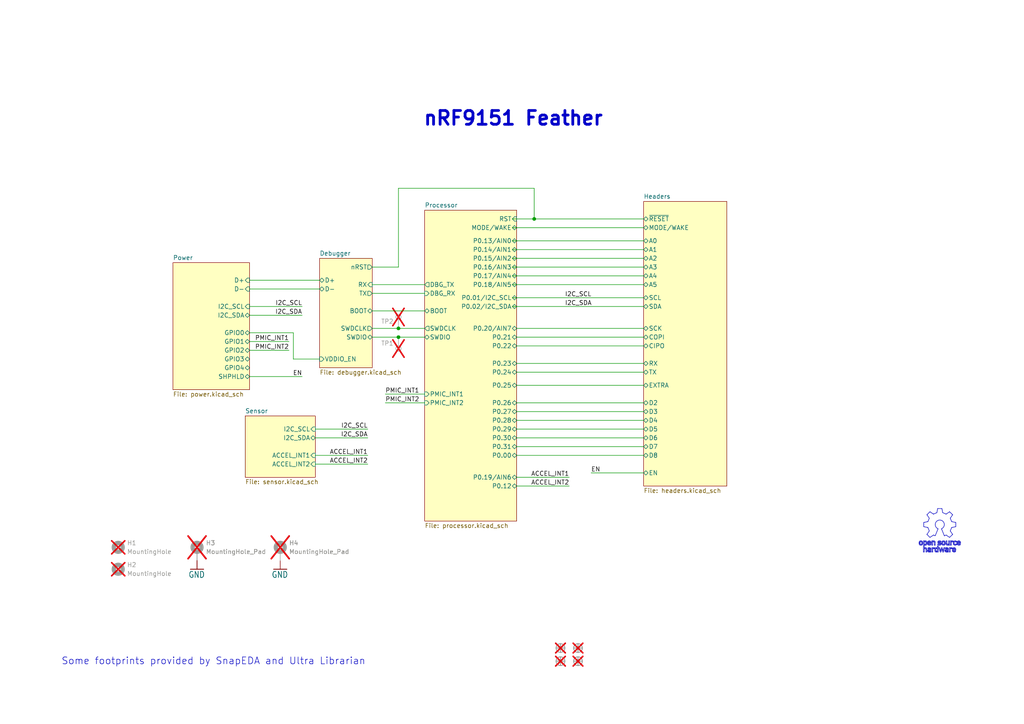
<source format=kicad_sch>
(kicad_sch (version 20231120) (generator "eeschema") (generator_version "8.0")
  (paper "A4")
  (title_block (title "nRF9151 Feather") (date "2024-12-04") (rev "1.0") (company "Circuit Dojo LLC"))
  (junction (at 154.94 63.5))
  (junction (at 115.57 97.79))
  (junction (at 115.57 95.25))
  (wire (pts (xy 72.39 99.06) (xy 83.82 99.06)))
  (polyline (pts (xy 274.3435 159.1711) (xy 274.1524 159.0207)) (stroke (width 0) (type solid)))
  (polyline (pts (xy 267.9752 151.522) (xy 269.09 151.3069)) (stroke (width 0) (type solid)))
  (wire (pts (xy 107.95 82.55) (xy 123.19 82.55)))
  (wire (pts (xy 107.95 77.47) (xy 115.57 77.47)))
  (polyline (pts (xy 275.6046 158.8532) (xy 275.6046 158.9857)) (stroke (width 0) (type solid)))
  (polyline (pts (xy 275.1382 157.6181) (xy 275.1382 156.8778)) (stroke (width 0) (type solid)))
  (wire (pts (xy 148.59 82.55) (xy 186.69 82.55)))
  (wire (pts (xy 149.86 105.41) (xy 186.69 105.41)))
  (polyline (pts (xy 270.0317 157.3874) (xy 270.0317 157.5928)) (stroke (width 0) (type solid)))
  (wire (pts (xy 111.76 116.84) (xy 123.19 116.84)))
  (polyline (pts (xy 276.4571 159.3627) (xy 276.981 159.3627)) (stroke (width 0) (type solid)))
  (polyline (pts (xy 272.4272 157.3656) (xy 272.6326 157.3799)) (stroke (width 0) (type solid)))
  (polyline (pts (xy 275.6046 160.0943) (xy 275.355 160.0943)) (stroke (width 0) (type solid)))
  (polyline (pts (xy 270.0317 157.5928) (xy 269.2587 157.5928)) (stroke (width 0) (type solid)))
  (polyline (pts (xy 270.2499 158.119) (xy 270.2499 156.8778)) (stroke (width 0) (type solid)))
  (polyline (pts (xy 269.2853 159.1711) (xy 269.0942 159.0207)) (stroke (width 0) (type solid)))
  (wire (pts (xy 91.44 132.08) (xy 106.68 132.08)))
  (polyline (pts (xy 274.8198 160.0989) (xy 274.8198 159.9893)) (stroke (width 0) (type solid)))
  (polyline (pts (xy 272.2867 158.8532) (xy 272.5507 158.8532)) (stroke (width 0) (type solid)))
  (wire (pts (xy 115.57 97.79) (xy 123.19 97.79)))
  (polyline (pts (xy 275.0614 160.0989) (xy 274.8198 160.0989)) (stroke (width 0) (type solid)))
  (polyline (pts (xy 270.7059 155.2081) (xy 269.7656 155.8443)) (stroke (width 0) (type solid)))
  (polyline (pts (xy 269.5208 153.9607) (xy 269.134 153.027)) (stroke (width 0) (type solid)))
  (wire (pts (xy 148.59 74.93) (xy 186.69 74.93)))
  (polyline (pts (xy 273.5371 159.7225) (xy 273.5422 159.7225)) (stroke (width 0) (type solid)))
  (polyline (pts (xy 274.6465 156.8778) (xy 274.6465 157.6181)) (stroke (width 0) (type solid)))
  (polyline (pts (xy 270.2499 156.8778) (xy 270.4995 156.8778)) (stroke (width 0) (type solid)))
  (polyline (pts (xy 269.134 151.271) (xy 269.5208 150.3372)) (stroke (width 0) (type solid)))
  (polyline (pts (xy 275.355 158.8532) (xy 275.6046 158.8532)) (stroke (width 0) (type solid)))
  (polyline (pts (xy 269.7656 148.4537) (xy 270.7059 149.0898)) (stroke (width 0) (type solid)))
  (polyline (pts (xy 275.6046 158.9857) (xy 275.6092 158.9857)) (stroke (width 0) (type solid)))
  (polyline (pts (xy 270.0031 160.0989) (xy 269.7616 160.0989)) (stroke (width 0) (type solid)))
  (polyline (pts (xy 272.1364 160.0943) (xy 271.8868 160.0943)) (stroke (width 0) (type solid)))
  (wire (pts (xy 72.39 91.44) (xy 87.63 91.44)))
  (polyline (pts (xy 272.5507 158.8532) (xy 272.7888 159.7225)) (stroke (width 0) (type solid)))
  (polyline (pts (xy 275.1382 156.8778) (xy 275.3878 156.8778)) (stroke (width 0) (type solid)))
  (polyline (pts (xy 271.7322 148.6647) (xy 271.9472 147.55)) (stroke (width 0) (type solid)))
  (wire (pts (xy 148.59 77.47) (xy 186.69 77.47)))
  (wire (pts (xy 72.39 83.82) (xy 92.71 83.82)))
  (polyline (pts (xy 270.4995 157.0104) (xy 270.5041 157.0104)) (stroke (width 0) (type solid)))
  (polyline (pts (xy 270.7625 149.0956) (xy 271.6962 148.7088)) (stroke (width 0) (type solid)))
  (polyline (pts (xy 275.1382 157.9876) (xy 275.1331 157.9876)) (stroke (width 0) (type solid)))
  (polyline (pts (xy 277.3086 157.7541) (xy 277.4928 157.9193)) (stroke (width 0) (type solid)))
  (polyline (pts (xy 275.0614 159.2491) (xy 275.0614 160.0989)) (stroke (width 0) (type solid)))
  (wire (pts (xy 107.95 97.79) (xy 115.57 97.79)))
  (polyline (pts (xy 273.8799 155.3468) (xy 273.0927 153.4189)) (stroke (width 0) (type solid)))
  (polyline (pts (xy 278.3838 157.7793) (xy 278.5645 157.9337)) (stroke (width 0) (type solid)))
  (polyline (pts (xy 274.8198 159.3662) (xy 274.8198 159.2348)) (stroke (width 0) (type solid)))
  (polyline (pts (xy 277.4928 157.0787) (xy 277.3086 157.2428)) (stroke (width 0) (type solid)))
  (polyline (pts (xy 270.5425 159.3484) (xy 270.5425 160.0943)) (stroke (width 0) (type solid)))
  (wire (pts (xy 148.59 72.39) (xy 186.69 72.39)))
  (wire (pts (xy 149.86 124.46) (xy 186.69 124.46)))
  (polyline (pts (xy 268.5722 160.0943) (xy 268.5722 159.3553)) (stroke (width 0) (type solid)))
  (wire (pts (xy 91.44 134.62) (xy 106.68 134.62)))
  (wire (pts (xy 91.44 127) (xy 106.68 127)))
  (polyline (pts (xy 277.1732 152.776) (xy 276.0585 152.991)) (stroke (width 0) (type solid)))
  (wire (pts (xy 148.59 88.9) (xy 186.69 88.9)))
  (polyline (pts (xy 274.4835 159.3662) (xy 274.8198 159.3662)) (stroke (width 0) (type solid)))
  (wire (pts (xy 149.86 138.43) (xy 165.1 138.43)))
  (polyline (pts (xy 275.3878 156.8778) (xy 275.3878 158.119)) (stroke (width 0) (type solid)))
  (wire (pts (xy 72.39 88.9) (xy 87.63 88.9)))
  (polyline (pts (xy 275.9208 157.0104) (xy 275.9254 157.0104)) (stroke (width 0) (type solid)))
  (polyline (pts (xy 274.8198 159.6628) (xy 274.8198 159.5716)) (stroke (width 0) (type solid)))
  (polyline (pts (xy 271.8868 158.3522) (xy 272.1364 158.3522)) (stroke (width 0) (type solid)))
  (polyline (pts (xy 270.2929 158.8532) (xy 270.5425 158.8532)) (stroke (width 0) (type solid)))
  (polyline (pts (xy 278.5886 157.3874) (xy 278.5886 157.5928)) (stroke (width 0) (type solid)))
  (polyline (pts (xy 273.5422 159.7225) (xy 273.7798 158.8532)) (stroke (width 0) (type solid)))
  (polyline (pts (xy 272.9626 157.0322) (xy 272.8082 157.2141)) (stroke (width 0) (type solid)))
  (wire (pts (xy 115.57 54.61) (xy 154.94 54.61)))
  (polyline (pts (xy 275.355 160.0943) (xy 275.355 158.8532)) (stroke (width 0) (type solid)))
  (wire (pts (xy 149.86 140.97) (xy 165.1 140.97)))
  (polyline (pts (xy 274.3859 155.2024) (xy 273.9584 155.3795)) (stroke (width 0) (type solid)))
  (polyline (pts (xy 272.6832 160.0943) (xy 272.2867 158.8532)) (stroke (width 0) (type solid)))
  (polyline (pts (xy 269.7616 159.9893) (xy 269.7564 159.9893)) (stroke (width 0) (type solid)))
  (wire (pts (xy 92.71 81.28) (xy 72.39 81.28)))
  (wire (pts (xy 149.86 129.54) (xy 186.69 129.54)))
  (polyline (pts (xy 268.0805 158.9857) (xy 268.085 158.9857)) (stroke (width 0) (type solid)))
  (polyline (pts (xy 270.2929 160.0943) (xy 270.2929 158.8532)) (stroke (width 0) (type solid)))
  (wire (pts (xy 148.59 80.01) (xy 186.69 80.01)))
  (wire (pts (xy 149.86 121.92) (xy 186.69 121.92)))
  (wire (pts (xy 115.57 95.25) (xy 123.19 95.25)))
  (polyline (pts (xy 269.4253 159.3662) (xy 269.7616 159.3662)) (stroke (width 0) (type solid)))
  (wire (pts (xy 149.86 119.38) (xy 186.69 119.38)))
  (polyline (pts (xy 270.4995 157.3799) (xy 270.4995 158.119)) (stroke (width 0) (type solid)))
  (polyline (pts (xy 273.4275 160.0943) (xy 273.1676 159.2262)) (stroke (width 0) (type solid)))
  (wire (pts (xy 186.69 137.16) (xy 171.45 137.16)))
  (polyline (pts (xy 272.9036 160.0943) (xy 272.6832 160.0943)) (stroke (width 0) (type solid)))
  (polyline (pts (xy 278.5886 157.5928) (xy 277.8157 157.5928)) (stroke (width 0) (type solid)))
  (polyline (pts (xy 271.2409 158.119) (xy 270.9913 158.119)) (stroke (width 0) (type solid)))
  (wire (pts (xy 123.19 114.3) (xy 111.76 114.3)))
  (wire (pts (xy 107.95 95.25) (xy 115.57 95.25)))
  (polyline (pts (xy 276.5078 156.9593) (xy 276.3276 157.1745)) (stroke (width 0) (type solid)))
  (polyline (pts (xy 270.0031 159.2491) (xy 270.0031 160.0989)) (stroke (width 0) (type solid)))
  (wire (pts (xy 115.57 77.47) (xy 115.57 54.61)))
  (polyline (pts (xy 271.1295 158.9347) (xy 270.9493 159.1498)) (stroke (width 0) (type solid)))
  (polyline (pts (xy 274.8198 159.5716) (xy 274.5289 159.5716)) (stroke (width 0) (type solid)))
  (wire (pts (xy 85.09 104.14) (xy 92.71 104.14)))
  (polyline (pts (xy 273.2565 158.8532) (xy 273.5371 159.7225)) (stroke (width 0) (type solid)))
  (polyline (pts (xy 275.6276 150.3372) (xy 276.0144 151.271)) (stroke (width 0) (type solid)))
  (polyline (pts (xy 267.9266 152.7171) (xy 267.9266 151.5809)) (stroke (width 0) (type solid)))
  (wire (pts (xy 149.86 97.79) (xy 186.69 97.79)))
  (polyline (pts (xy 273.7798 158.8532) (xy 274.0443 158.8532)) (stroke (width 0) (type solid)))
  (polyline (pts (xy 272.0061 147.5014) (xy 273.1423 147.5014)) (stroke (width 0) (type solid)))
  (polyline (pts (xy 272.7934 159.7225) (xy 273.0746 158.8532)) (stroke (width 0) (type solid)))
  (polyline (pts (xy 269.7616 159.5716) (xy 269.4706 159.5716)) (stroke (width 0) (type solid)))
  (polyline (pts (xy 276.2695 149.3404) (xy 275.6334 150.2807)) (stroke (width 0) (type solid)))
  (polyline (pts (xy 271.2409 157.2939) (xy 271.2409 158.119)) (stroke (width 0) (type solid)))
  (polyline (pts (xy 269.7616 159.6628) (xy 269.7616 159.5716)) (stroke (width 0) (type solid)))
  (polyline (pts (xy 275.9208 157.373) (xy 275.9208 158.119)) (stroke (width 0) (type solid)))
  (wire (pts (xy 85.09 96.52) (xy 72.39 96.52)))
  (polyline (pts (xy 275.3828 155.8443) (xy 274.4425 155.2081)) (stroke (width 0) (type solid)))
  (polyline (pts (xy 275.1382 158.119) (xy 275.1382 157.9876)) (stroke (width 0) (type solid)))
  (polyline (pts (xy 272.0557 153.4189) (xy 271.2685 155.3468)) (stroke (width 0) (type solid)))
  (wire (pts (xy 148.59 69.85) (xy 186.69 69.85)))
  (polyline (pts (xy 273.1629 159.2262) (xy 272.9036 160.0943)) (stroke (width 0) (type solid)))
  (wire (pts (xy 148.59 66.04) (xy 186.69 66.04)))
  (polyline (pts (xy 269.7616 159.3662) (xy 269.7616 159.2348)) (stroke (width 0) (type solid)))
  (polyline (pts (xy 275.6334 154.0173) (xy 276.2695 154.9576)) (stroke (width 0) (type solid)))
  (polyline (pts (xy 276.0144 153.027) (xy 275.6276 153.9607)) (stroke (width 0) (type solid)))
  (polyline (pts (xy 268.8789 154.9576) (xy 269.515 154.0173)) (stroke (width 0) (type solid)))
  (polyline (pts (xy 277.23 159.3627) (xy 277.23 159.5681)) (stroke (width 0) (type solid)))
  (polyline (pts (xy 275.4589 148.4609) (xy 276.2623 149.2643)) (stroke (width 0) (type solid)))
  (polyline (pts (xy 274.4425 149.0898) (xy 275.3828 148.4537)) (stroke (width 0) (type solid)))
  (polyline (pts (xy 272.7888 159.7225) (xy 272.7934 159.7225)) (stroke (width 0) (type solid)))
  (polyline (pts (xy 273.1676 159.2262) (xy 273.1629 159.2262)) (stroke (width 0) (type solid)))
  (polyline (pts (xy 274.3969 157.703) (xy 274.3969 156.8778)) (stroke (width 0) (type solid)))
  (polyline (pts (xy 268.8218 160.0943) (xy 268.5722 160.0943)) (stroke (width 0) (type solid)))
  (polyline (pts (xy 277.8157 157.3874) (xy 278.3396 157.3874)) (stroke (width 0) (type solid)))
  (polyline (pts (xy 275.6712 158.119) (xy 275.6712 156.8778)) (stroke (width 0) (type solid)))
  (polyline (pts (xy 270.5425 158.9857) (xy 270.5471 158.9857)) (stroke (width 0) (type solid)))
  (polyline (pts (xy 271.8868 158.9857) (xy 271.8868 158.3522)) (stroke (width 0) (type solid)))
  (wire (pts (xy 154.94 54.61) (xy 154.94 63.5)))
  (polyline (pts (xy 271.932 157.9124) (xy 272.1064 157.7397)) (stroke (width 0) (type solid)))
  (wire (pts (xy 149.86 107.95) (xy 186.69 107.95)))
  (polyline (pts (xy 274.8198 159.9893) (xy 274.8146 159.9893)) (stroke (width 0) (type solid)))
  (polyline (pts (xy 274.3969 156.8778) (xy 274.6465 156.8778)) (stroke (width 0) (type solid)))
  (polyline (pts (xy 269.515 150.2807) (xy 268.8789 149.3404)) (stroke (width 0) (type solid)))
  (wire (pts (xy 72.39 109.22) (xy 87.63 109.22)))
  (polyline (pts (xy 275.3878 158.119) (xy 275.1382 158.119)) (stroke (width 0) (type solid)))
  (polyline (pts (xy 268.8862 149.2643) (xy 269.6895 148.4609)) (stroke (width 0) (type solid)))
  (polyline (pts (xy 267.8308 160.0943) (xy 267.8308 156.8778)) (stroke (width 0) (type solid)))
  (polyline (pts (xy 275.9208 158.119) (xy 275.6712 158.119)) (stroke (width 0) (type solid)))
  (polyline (pts (xy 273.0746 158.8532) (xy 273.2565 158.8532)) (stroke (width 0) (type solid)))
  (polyline (pts (xy 270.5425 158.8532) (xy 270.5425 158.9857)) (stroke (width 0) (type solid)))
  (polyline (pts (xy 268.0805 160.0943) (xy 267.8308 160.0943)) (stroke (width 0) (type solid)))
  (polyline (pts (xy 271.19 155.3795) (xy 270.7625 155.2024)) (stroke (width 0) (type solid)))
  (polyline (pts (xy 273.4522 148.7088) (xy 274.3859 149.0956)) (stroke (width 0) (type solid)))
  (polyline (pts (xy 269.7616 160.0989) (xy 269.7616 159.9893)) (stroke (width 0) (type solid)))
  (polyline (pts (xy 269.2587 157.3874) (xy 269.7826 157.3874)) (stroke (width 0) (type solid)))
  (polyline (pts (xy 275.6712 156.8778) (xy 275.9208 156.8778)) (stroke (width 0) (type solid)))
  (wire (pts (xy 148.59 63.5) (xy 154.94 63.5)))
  (polyline (pts (xy 268.0804 156.8778) (xy 268.0804 157.0081)) (stroke (width 0) (type solid)))
  (polyline (pts (xy 274.0443 158.8532) (xy 273.6472 160.0943)) (stroke (width 0) (type solid)))
  (wire (pts (xy 149.86 127) (xy 186.69 127)))
  (wire (pts (xy 107.95 90.17) (xy 123.19 90.17)))
  (wire (pts (xy 72.39 101.6) (xy 83.82 101.6)))
  (polyline (pts (xy 267.8308 156.8778) (xy 268.0804 156.8778)) (stroke (width 0) (type solid)))
  (polyline (pts (xy 268.0804 157.9876) (xy 268.0805 158.9857)) (stroke (width 0) (type solid)))
  (polyline (pts (xy 275.6046 159.3484) (xy 275.6046 160.0943)) (stroke (width 0) (type solid)))
  (polyline (pts (xy 269.6895 155.837) (xy 268.8862 155.0337)) (stroke (width 0) (type solid)))
  (wire (pts (xy 148.59 86.36) (xy 186.69 86.36)))
  (polyline (pts (xy 269.8268 157.7793) (xy 270.0076 157.9337)) (stroke (width 0) (type solid)))
  (wire (pts (xy 107.95 85.09) (xy 123.19 85.09)))
  (wire (pts (xy 85.09 96.52) (xy 85.09 104.14)))
  (wire (pts (xy 149.86 111.76) (xy 186.69 111.76)))
  (polyline (pts (xy 277.0252 159.7546) (xy 277.2059 159.909)) (stroke (width 0) (type solid)))
  (polyline (pts (xy 270.4995 156.8778) (xy 270.4995 157.0104)) (stroke (width 0) (type solid)))
  (polyline (pts (xy 272.1364 158.3522) (xy 272.1364 160.0943)) (stroke (width 0) (type solid)))
  (polyline (pts (xy 270.9913 158.119) (xy 270.9913 157.3799)) (stroke (width 0) (type solid)))
  (polyline (pts (xy 270.5425 160.0943) (xy 270.2929 160.0943)) (stroke (width 0) (type solid)))
  (wire (pts (xy 149.86 100.33) (xy 186.69 100.33)))
  (polyline (pts (xy 276.0585 151.3069) (xy 277.1732 151.522)) (stroke (width 0) (type solid)))
  (wire (pts (xy 91.44 124.46) (xy 106.68 124.46)))
  (polyline (pts (xy 268.0805 159.3553) (xy 268.0805 160.0943)) (stroke (width 0) (type solid)))
  (wire (pts (xy 149.86 132.08) (xy 186.69 132.08)))
  (polyline (pts (xy 270.4995 158.119) (xy 270.2499 158.119)) (stroke (width 0) (type solid)))
  (polyline (pts (xy 269.09 152.991) (xy 267.9752 152.776)) (stroke (width 0) (type solid)))
  (polyline (pts (xy 268.8218 159.2692) (xy 268.8218 160.0943)) (stroke (width 0) (type solid)))
  (polyline (pts (xy 277.2218 151.5809) (xy 277.2218 152.7171)) (stroke (width 0) (type solid)))
  (polyline (pts (xy 271.8868 160.0943) (xy 271.8868 159.9652)) (stroke (width 0) (type solid)))
  (polyline (pts (xy 276.1916 158.9347) (xy 276.0114 159.1498)) (stroke (width 0) (type solid)))
  (polyline (pts (xy 273.2012 147.55) (xy 273.4163 148.6647)) (stroke (width 0) (type solid)))
  (polyline (pts (xy 273.6472 160.0943) (xy 273.4275 160.0943)) (stroke (width 0) (type solid)))
  (polyline (pts (xy 277.23 159.5681) (xy 276.4571 159.5681)) (stroke (width 0) (type solid)))
  (polyline (pts (xy 275.9208 156.8778) (xy 275.9208 157.0104)) (stroke (width 0) (type solid)))
  (wire (pts (xy 149.86 116.84) (xy 186.69 116.84)))
  (polyline (pts (xy 276.2623 155.0337) (xy 275.4589 155.837)) (stroke (width 0) (type solid)))
  (wire (pts (xy 154.94 63.5) (xy 186.69 63.5)))
  (wire (pts (xy 149.86 95.25) (xy 186.69 95.25)))
  (polyline (pts (xy 272.5907 157.6181) (xy 272.371 157.5974)) (stroke (width 0) (type solid)))
  (arc (start 272.476 156.8635) (mid 272.5516 156.8662) (end 272.6268 156.875))
  (arc (start 275.0682 157.8149) (mid 275.0317 157.8453) (end 274.9896 157.8674))
  (arc (start 274.4052 157.8024) (mid 274.3991 157.7529) (end 274.3969 157.703))
  (arc (start 275.6092 158.9857) (mid 275.6728 158.9236) (end 275.7482 158.8756))
  (arc (start 269.6215 157.1173) (mid 269.6655 157.141) (end 269.7037 157.1731))
  (arc (start 276.2456 157.1285) (mid 276.2883 157.1485) (end 276.3276 157.1745))
  (arc (start 268.5972 156.9094) (mid 268.6719 156.9594) (end 268.7334 157.0247))
  (arc (start 275.3828 148.4537) (mid 275.4231 148.4407) (end 275.4589 148.4609))
  (arc (start 272.0466 157.0804) (mid 272.089 157.0146) (end 272.146 156.9605))
  (arc (start 276.3816 156.8875) (mid 276.448 156.9178) (end 276.5078 156.9593))
  (arc (start 274.1909 159.4735) (mid 274.2473 159.4263) (end 274.3134 159.3941))
  (arc (start 267.4064 156.9674) (mid 267.4385 156.9934) (end 267.4679 157.0224))
  (arc (start 268.4081 158.8388) (mid 268.4806 158.8454) (end 268.5502 158.8663))
  (arc (start 278.2607 157.1731) (mid 278.294 157.2153) (end 278.317 157.2638))
  (arc (start 266.959 156.8763) (mid 267.0246 156.8659) (end 267.0909 156.8635))
  (arc (start 273.1423 147.5014) (mid 273.1788 147.5161) (end 273.2012 147.55))
  (arc (start 266.5791 157.497) (mid 266.5809 157.4098) (end 266.5869 157.3228))
  (arc (start 269.4366 157.8801) (mid 269.3864 157.8561) (end 269.3419 157.8226))
  (arc (start 278.4664 158.026) (mid 278.4135 158.0601) (end 278.3568 158.0874))
  (arc (start 271.8515 159.7346) (mid 271.8269 159.7897) (end 271.7816 159.8288))
  (arc (start 272.5948 157.8892) (mid 272.5466 157.8971) (end 272.4978 157.8992))
  (arc (start 267.9752 152.776) (mid 267.9433 152.7543) (end 267.9265 152.7172))
  (arc (start 276.4785 159.2391) (mid 276.5016 159.1907) (end 276.5346 159.1484))
  (arc (start 270.8272 156.8635) (mid 270.8997 156.8698) (end 270.9693 156.891))
  (arc (start 274.2064 160.0037) (mid 274.1576 159.9479) (end 274.1203 159.8836))
  (arc (start 272.3099 157.1412) (mid 272.3403 157.1212) (end 272.3747 157.1094))
  (arc (start 269.8268 157.7793) (mid 269.7672 157.8299) (end 269.6996 157.8692))
  (arc (start 278.1784 157.1173) (mid 278.2216 157.1419) (end 278.2607 157.1731))
  (arc (start 275.9395 157.2552) (mid 275.9621 157.2111) (end 275.9957 157.1748))
  (arc (start 269.5588 158.1333) (mid 269.4635 158.1254) (end 269.3707 158.1024))
  (arc (start 271.1632 159.1561) (mid 271.1885 159.0735) (end 271.2338 159.0001))
  (arc (start 269.2853 159.1711) (mid 269.3219 159.1262) (end 269.3702 159.0936))
  (arc (start 270.5041 157.0104) (mid 270.5669 156.9468) (end 270.6431 156.9002))
  (arc (start 278.2565 157.8692) (mid 278.1855 157.8923) (end 278.1112 157.8992))
  (arc (start 276.4571 159.3627) (mid 276.4631 159.3001) (end 276.4785 159.2391))
  (arc (start 275.1382 157.6181) (mid 275.1337 157.675) (end 275.1207 157.7307))
  (arc (start 271.5628 159.096) (mid 271.6024 159.09) (end 271.6424 159.0884))
  (arc (start 277.6592 157.0854) (mid 277.6921 157.0408) (end 277.7316 157.0021))
  (arc (start 272.9924 157.7518) (mid 272.9841 157.8353) (end 272.955 157.9139))
  (arc (start 271.4303 159.2092) (mid 271.4574 159.1578) (end 271.501 159.1186))
  (arc (start 277.0561 157.1131) (mid 277.1265 157.1206) (end 277.1927 157.1455))
  (arc (start 268.1504 159.159) (mid 268.187 159.1277) (end 268.2298 159.1061))
  (arc (start 272.2858 157.8593) (mid 272.1907 157.8078) (end 272.1064 157.7397))
  (arc (start 276.6573 157.0113) (mid 276.7443 156.9472) (end 276.8415 156.9004))
  (arc (start 268.1851 157.8536) (mid 268.1394 157.8144) (end 268.1152 157.7598))
  (arc (start 267.2088 157.1359) (mid 267.2538 157.1655) (end 267.2917 157.2043))
  (arc (start 271.8515 159.2141) (mid 271.878 159.342) (end 271.8868 159.4723))
  (arc (start 273.7892 156.8763) (mid 273.8425 156.8921) (end 273.8933 156.9148))
  (arc (start 269.1482 160.0037) (mid 269.0992 159.948) (end 269.0621 159.8836))
  (arc (start 269.2587 157.3874) (mid 269.2641 157.3246) (end 269.2801 157.2638))
  (arc (start 274.0916 159.7346) (mid 274.0974 159.6619) (end 274.1165 159.5915))
  (arc (start 273.458 157.2043) (mid 273.4948 157.1652) (end 273.5401 157.1359))
  (arc (start 268.4047 157.8773) (mid 268.3653 157.8832) (end 268.3255 157.8849))
  (arc (start 274.5168 160.1133) (mid 274.4255 160.1056) (end 274.3365 160.0836))
  (arc (start 275.6276 150.3371) (mid 275.6211 150.3075) (end 275.6334 150.2807))
  (arc (start 268.5722 157.4999) (mid 268.5641 157.6333) (end 268.5369 157.7641))
  (arc (start 266.959 158.1208) (mid 266.9053 158.1063) (end 266.8548 158.0831))
  (arc (start 270.9738 157.268) (mid 270.9866 157.3232) (end 270.9913 157.3799))
  (arc (start 273.6588 157.1131) (mid 273.7193 157.1171) (end 273.7768 157.1359))
  (arc (start 268.2298 159.1061) (mid 268.2778 159.0915) (end 268.3278 159.0884))
  (arc (start 268.1152 157.7598) (mid 268.0887 157.6311) (end 268.0804 157.4999))
  (arc (start 268.2271 158.094) (mid 268.1498 158.0462) (end 268.0804 157.9876))
  (arc (start 274.1618 157.6742) (mid 274.1532 157.7369) (end 274.1386 157.7985))
  (arc (start 272.7428 157.7397) (mid 272.738 157.7752) (end 272.7254 157.8091))
  (arc (start 277.1927 157.1455) (mid 277.2558 157.188) (end 277.3086 157.2428))
  (arc (start 271.7206 159.0963) (mid 271.7522 159.1053) (end 271.7816 159.1199))
  (arc (start 272.1868 158.0781) (mid 272.0518 158.007) (end 271.932 157.9124))
  (arc (start 267.9266 151.5809) (mid 267.9396 151.5415) (end 267.9752 151.5221))
  (arc (start 274.5719 159.0741) (mid 274.6266 159.0751) (end 274.6808 159.0824))
  (arc (start 271.1063 156.9734) (mid 271.1651 157.0346) (end 271.2072 157.1084))
  (arc (start 268.1152 157.2388) (mid 268.1421 157.1863) (end 268.1851 157.1445))
  (arc (start 271.1499 159.6674) (mid 271.1465 159.5699) (end 271.1455 159.4723))
  (arc (start 276.8979 159.8446) (mid 276.8269 159.8683) (end 276.7526 159.8746))
  (arc (start 266.8324 157.3838) (mid 266.8359 157.3464) (end 266.8419 157.3093))
  (arc (start 270.784 159.0884) (mid 270.8262 159.0928) (end 270.8672 159.1038))
  (arc (start 269.521 156.8635) (mid 269.6182 156.8729) (end 269.7125 156.8989))
  (arc (start 274.1386 157.1995) (mid 274.1537 157.2605) (end 274.1618 157.3228))
  (arc (start 276.9982 160.0628) (mid 276.8799 160.097) (end 276.7572 160.1087))
  (arc (start 276.4834 157.4999) (mid 276.4856 157.4205) (end 276.4943 157.3415))
  (arc (start 274.1386 157.7985) (mid 274.0959 157.8919) (end 274.0359 157.9755))
  (arc (start 272.6553 157.1312) (mid 272.7338 157.1689) (end 272.8082 157.2141))
  (arc (start 273.527 156.8763) (mid 273.5926 156.8667) (end 273.6588 156.8635))
  (arc (start 270.6431 156.9002) (mid 270.7331 156.8715) (end 270.8272 156.8635))
  (arc (start 266.8419 157.6892) (mid 266.8357 157.6514) (end 266.8324 157.6133))
  (arc (start 272.3475 157.3517) (mid 272.3207 157.3412) (end 272.2978 157.324))
  (arc (start 277.1917 159.147) (mid 277.2203 159.2531) (end 277.23 159.3627))
  (arc (start 268.8789 149.3404) (mid 268.8711 149.302) (end 268.8862 149.2644))
  (arc (start 274.8129 158.1333) (mid 274.7394 158.1269) (end 274.6687 158.106))
  (arc (start 274.3699 159.6125) (mid 274.4015 159.5946) (end 274.4359 159.5834))
  (arc (start 266.5869 157.3228) (mid 266.5958 157.2606) (end 266.6103 157.1995))
  (arc (start 271.4593 158.8503) (mid 271.5124 158.8418) (end 271.5661 158.8388))
  (arc (start 274.1203 159.8836) (mid 274.0986 159.8105) (end 274.0916 159.7346))
  (arc (start 271.7815 159.1199) (mid 271.8248 159.1606) (end 271.8515 159.2141))
  (arc (start 272.371 157.5974) (mid 272.2991 157.5875) (end 272.2298 157.5663))
  (arc (start 269.3777 159.5834) (mid 269.4238 159.5745) (end 269.4706 159.5716))
  (arc (start 270.8672 159.1038) (mid 270.9099 159.1238) (end 270.9493 159.1498))
  (arc (start 272.0389 157.3887) (mid 272.0188 157.3187) (end 272.0135 157.2462))
  (arc (start 267.6016 157.497) (mid 267.6 157.5857) (end 267.5939 157.6742))
  (arc (start 270.5425 159.3484) (mid 270.5465 159.2886) (end 270.5612 159.2305))
  (arc (start 271.3687 158.8847) (mid 271.4127 158.8639) (end 271.4593 158.8503))
  (arc (start 271.1455 159.4723) (mid 271.1465 159.376) (end 271.1499 159.2797))
  (arc (start 268.224 158.8756) (mid 268.3141 158.8474) (end 268.4081 158.8388))
  (arc (start 268.4663 157.1435) (mid 268.5092 157.1827) (end 268.5369 157.2347))
  (arc (start 276.3868 159.985) (mid 276.344 159.9496) (end 276.3083 159.907))
  (arc (start 277.1802 158.1183) (mid 277.1137 158.1295) (end 277.0464 158.1333))
  (arc (start 270.8701 158.8388) (mid 270.9377 158.8449) (end 271.0032 158.8628))
  (arc (start 272.955 157.9139) (mid 272.9066 157.9812) (end 272.8429 158.0341))
  (arc (start 276.0144 153.027) (mid 276.0319 153.0034) (end 276.0585 152.991))
  (arc (start 271.2325 157.1949) (mid 271.2388 157.2442) (end 271.2409 157.2939))
  (arc (start 268.4047 157.1207) (mid 268.4363 157.13) (end 268.4664 157.1435))
  (arc (start 276.0585 151.3069) (mid 276.0324 151.2942) (end 276.0144 151.271))
  (arc (start 276.3006 159.0607) (mid 276.3331 159.0157) (end 276.373 158.9774))
  (arc (start 269.7465 159.1627) (mid 269.758 159.1979) (end 269.7616 159.2348))
  (arc (start 272.2978 157.324) (mid 272.2822 157.3077) (end 272.2718 157.2878))
  (arc (start 274.8047 159.1627) (mid 274.8163 159.1979) (end 274.8198 159.2348))
  (arc (start 274.5311 158.024) (mid 274.4731 157.9624) (end 274.4304 157.8891))
  (arc (start 271.2685 155.3468) (mid 271.236 155.3795) (end 271.19 155.3795))
  (arc (start 267.5939 157.3228) (mid 267.5998 157.4098) (end 267.6016 157.497))
  (arc (start 269.7042 159.8419) (mid 269.663 159.8602) (end 269.6191 159.871))
  (arc (start 274.7875 159.816) (mid 274.7767 159.8307) (end 274.7624 159.8419))
  (arc (start 271.2338 159.0001) (mid 271.2945 158.9344) (end 271.3687 158.8847))
  (arc (start 274.3325 159.7805) (mid 274.3219 159.7523) (end 274.3188 159.7225))
  (arc (start 276.1624 157.1131) (mid 276.2046 157.1173) (end 276.2456 157.1285))
  (arc (start 273.0927 153.4189) (mid 273.0947 153.3759) (end 273.1233 153.3417))
  (arc (start 269.0195 157.336) (mid 269.0314 157.2655) (end 269.0505 157.1967))
  (arc (start 276.635 159.8554) (mid 276.5847 159.8316) (end 276.5403 159.798))
  (arc (start 276.9021 159.1484) (mid 276.9344 159.191) (end 276.9584 159.2391))
  (arc (start 273.2813 157.9755) (mid 273.2195 157.8929) (end 273.1783 157.7985))
  (arc (start 268.7334 157.0247) (mid 268.7764 157.099) (end 268.8034 157.1808))
  (arc (start 268.0805 159.3553) (mid 268.0845 159.2986) (end 268.0979 159.2434))
  (arc (start 269.0942 159.0207) (mid 269.1703 158.9398) (end 269.2655 158.8829))
  (arc (start 272.9089 157.499) (mid 272.9446 157.5546) (end 272.9715 157.6151))
  (arc (start 271.5628 159.8527) (mid 271.5313 159.8432) (end 271.501 159.83))
  (arc (start 269.6525 160.0823) (mid 269.6105 160.0965) (end 269.567 160.1055))
  (arc (start 275.7482 158.8756) (mid 275.8383 158.8483) (end 275.9322 158.8388))
  (arc (start 268.7334 157.9732) (mid 268.6717 158.0385) (end 268.5972 158.0886))
  (arc (start 267.2917 157.7936) (mid 267.2558 157.8348) (end 267.2088 157.8621))
  (arc (start 277.1078 160.0014) (mid 277.0551 160.0359) (end 276.9982 160.0628))
  (arc (start 277.7316 157.0021) (mid 277.8123 156.9436) (end 277.901 156.8981))
  (arc (start 271.501 159.1186) (mid 271.5311 159.1052) (end 271.5628 159.096))
  (arc (start 274.7108 160.0823) (mid 274.6687 160.0963) (end 274.6253 160.1055))
  (arc (start 276.2075 159.4786) (mid 276.2097 159.3948) (end 276.2178 159.3113))
  (arc (start 269.9934 157.1716) (mid 270.0229 157.2777) (end 270.0317 157.3874))
  (arc (start 277.4928 157.9193) (mid 277.4029 158.0047) (end 277.2994 158.0731))
  (arc (start 268.2465 157.121) (mid 268.2858 157.1152) (end 268.3255 157.1131))
  (arc (start 271.7322 148.6647) (mid 271.7192 148.6908) (end 271.6962 148.7088))
  (arc (start 274.4304 157.8891) (mid 274.4152 157.8465) (end 274.4052 157.8024))
  (arc (start 270.9693 156.891) (mid 271.0406 156.9274) (end 271.1063 156.9734))
  (arc (start 268.1851 157.1445) (mid 268.2147 157.1299) (end 268.2465 157.121))
  (arc (start 270.517 157.268) (mid 270.5382 157.2227) (end 270.5695 157.1837))
  (arc (start 273.2813 157.0224) (mid 273.3107 156.9937) (end 273.3422 156.9674))
  (arc (start 267.0909 157.8849) (mid 267.03 157.8807) (end 266.9721 157.8621))
  (arc (start 276.5424 158.8735) (mid 276.6292 158.8476) (end 276.7193 158.8388))
  (arc (start 266.6103 157.1995) (mid 266.6526 157.1056) (end 266.7133 157.0224))
  (arc (start 269.134 151.271) (mid 269.1167 151.2948) (end 269.09 151.3069))
  (arc (start 274.1524 159.0207) (mid 274.2284 158.9395) (end 274.3237 158.8829))
  (arc (start 274.6687 158.106) (mid 274.5967 158.0703) (end 274.5311 158.024))
  (arc (start 276.9148 157.1373) (mid 276.9843 157.118) (end 277.0561 157.1131))
  (arc (start 278.4354 157.0052) (mid 278.5024 157.0818) (end 278.5503 157.1716))
  (arc (start 273.3422 156.9674) (mid 273.3815 156.9396) (end 273.4227 156.9148))
  (arc (start 277.8932 157.1731) (mid 277.9314 157.1402) (end 277.9761 157.1173))
  (arc (start 269.0621 159.8836) (mid 269.0403 159.8105) (end 269.0334 159.7346))
  (arc (start 274.3365 160.0836) (mid 274.2675 160.0503) (end 274.2064 160.0037))
  (arc (start 273.6588 157.8849) (mid 273.5981 157.8803) (end 273.5401 157.8621))
  (arc (start 268.8172 157.6935) (mid 268.8122 157.7558) (end 268.8034 157.8177))
  (arc (start 276.0653 158.8628) (mid 276.1316 158.8933) (end 276.1916 158.9347))
  (arc (start 274.1165 159.5915) (mid 274.148 159.5289) (end 274.1909 159.4735))
  (arc (start 269.1747 157.0021) (mid 269.2549 156.9428) (end 269.344 156.8981))
  (arc (start 278.1112 157.8992) (mid 278.0517 157.8942) (end 277.9936 157.8801))
  (arc (start 276.569 160.0778) (mid 276.475 160.0372) (end 276.3868 159.985))
  (arc (start 274.9951 158.0969) (mid 274.906 158.1252) (end 274.8129 158.1333))
  (arc (start 278.5645 157.9337) (mid 278.5181 157.9827) (end 278.4664 158.026))
  (arc (start 267.5939 157.6742) (mid 267.5855 157.737) (end 267.5706 157.7985))
  (arc (start 271.6424 159.0884) (mid 271.6818 159.0897) (end 271.7206 159.0963))
  (arc (start 271.501 159.83) (mid 271.4555 159.7924) (end 271.4304 159.7394))
  (arc (start 274.7639 158.8609) (mid 274.8466 158.8879) (end 274.9236 158.9283))
  (arc (start 267.3497 157.6148) (mid 267.3461 157.6525) (end 267.3394 157.6898))
  (arc (start 276.5269 157.2073) (mid 276.5504 157.1505) (end 276.5812 157.0972))
  (arc (start 274.4432 159.867) (mid 274.4059 159.8532) (end 274.3734 159.8304))
  (arc (start 268.5547 159.2434) (mid 268.5683 159.2986) (end 268.5722 159.3553))
  (arc (start 269.9934 159.1443) (mid 270.0002 159.1965) (end 270.0031 159.2491))
  (arc (start 277.5773 157.6785) (mid 277.5688 157.5911) (end 277.5661 157.5033))
  (arc (start 276.4943 157.6581) (mid 276.4862 157.5792) (end 276.4834 157.4999))
  (arc (start 276.7572 160.1087) (mid 276.662 160.1005) (end 276.569 160.0778))
  (arc (start 269.7125 156.8989) (mid 269.7999 156.9449) (end 269.8784 157.0052))
  (arc (start 269.521 157.0988) (mid 269.5719 157.104) (end 269.6215 157.1173))
  (arc (start 277.1732 151.522) (mid 277.2068 151.5432) (end 277.2218 151.5809))
  (arc (start 276.8415 156.9004) (mid 276.9423 156.8734) (end 277.0464 156.8635))
  (arc (start 269.385 159.867) (mid 269.3482 159.8524) (end 269.3151 159.8304))
  (arc (start 266.8419 157.3093) (mid 266.8612 157.2546) (end 266.8901 157.2043))
  (arc (start 276.373 158.9774) (mid 276.4535 158.9186) (end 276.5424 158.8735))
  (arc (start 275.9208 157.373) (mid 275.9255 157.3134) (end 275.9395 157.2552))
  (arc (start 276.2489 159.172) (mid 276.271 159.1146) (end 276.3006 159.0607))
  (arc (start 269.2606 159.7225) (mid 269.2638 159.6902) (end 269.2727 159.6588))
  (arc (start 273.4098 157.3093) (mid 273.4289 157.2545) (end 273.458 157.2043))
  (arc (start 275.6233 159.2305) (mid 275.6453 159.1859) (end 275.6794 159.1501))
  (arc (start 277.6669 157.9317) (mid 277.6352 157.8784) (end 277.6109 157.8213))
  (arc (start 271.2072 157.1084) (mid 271.2223 157.1509) (end 271.2325 157.1949))
  (arc (start 275.1331 157.9876) (mid 275.0707 158.0506) (end 274.9951 158.0969))
  (arc (start 278.3568 158.0874) (mid 278.2385 158.1216) (end 278.1158 158.1333))
  (arc (start 276.8138 157.2098) (mid 276.8593 157.1664) (end 276.9148 157.1373))
  (arc (start 276.6573 157.987) (mid 276.6166 157.9468) (end 276.5812 157.9017))
  (arc (start 268.5502 158.8663) (mid 268.6217 158.9025) (end 268.6872 158.9487))
  (arc (start 270.7059 155.208) (mid 270.7335 155.1982) (end 270.7625 155.2024))
  (arc (start 276.5346 159.1484) (mid 276.5732 159.1163) (end 276.6175 159.0927))
  (arc (start 269.2801 157.2638) (mid 269.3042 157.2162) (end 269.3362 157.1731))
  (arc (start 266.8901 157.7936) (mid 266.8617 157.7435) (end 266.8419 157.6892))
  (arc (start 273.9176 157.3845) (mid 273.9204 157.4422) (end 273.9211 157.4999))
  (arc (start 269.344 156.8981) (mid 269.4309 156.8728) (end 269.521 156.8635))
  (arc (start 269.7656 155.8443) (mid 269.7258 155.8548) (end 269.6896 155.837))
  (arc (start 269.7002 159.112) (mid 269.7263 159.1345) (end 269.7465 159.1627))
  (arc (start 266.7133 157.9755) (mid 266.6512 157.893) (end 266.6103 157.7985))
  (arc (start 272.7981 157.4163) (mid 272.858 157.4513) (end 272.9089 157.499))
  (arc (start 278.0779 156.8635) (mid 278.1753 156.8724) (end 278.2694 156.8989))
  (arc (start 269.5542 157.8992) (mid 269.4946 157.8947) (end 269.4366 157.8801))
  (arc (start 269.567 160.1055) (mid 269.513 160.1117) (end 269.4586 160.1133))
  (arc (start 273.6588 156.8635) (mid 273.7243 156.8669) (end 273.7892 156.8763))
  (arc (start 272.0252 153.3417) (mid 272.0581 153.3743) (end 272.0557 153.419))
  (arc (start 267.4679 157.0224) (mid 267.5285 157.1055) (end 267.5706 157.1995))
  (arc (start 269.0203 157.6785) (mid 269.0117 157.5911) (end 269.0091 157.5033))
  (arc (start 272.115 157.4961) (mid 272.0699 157.4473) (end 272.0389 157.3887))
  (arc (start 274.9896 157.8674) (mid 274.9425 157.8802) (end 274.8938 157.8849))
  (arc (start 271.1499 159.2797) (mid 271.1546 159.2177) (end 271.1632 159.1561))
  (arc (start 276.9147 157.8608) (mid 276.8591 157.8317) (end 276.8138 157.7886))
  (arc (start 274.3859 155.2024) (mid 274.4151 155.1978) (end 274.4425 155.2081))
  (arc (start 276.7532 157.3306) (mid 276.7765 157.2666) (end 276.8138 157.2098))
  (arc (start 272.146 156.9605) (mid 272.2172 156.9175) (end 272.2948 156.8877))
  (arc (start 267.2917 157.2043) (mid 267.32 157.2548) (end 267.3394 157.3093))
  (arc (start 274.3435 159.1711) (mid 274.38 159.1259) (end 274.4285 159.0936))
  (arc (start 274.8054 159.7776) (mid 274.7974 159.7972) (end 274.7875 159.816))
  (arc (start 268.2258 156.8996) (mid 268.3115 156.8718) (end 268.4012 156.8635))
  (arc (start 272.8429 158.0341) (mid 272.763 158.0781) (end 272.677 158.1085))
  (arc (start 268.2465 157.8771) (mid 268.2148 157.8678) (end 268.1851 157.8536))
  (arc (start 272.677 158.1085) (mid 272.5785 158.1282) (end 272.4783 158.1333))
  (arc (start 272.6734 157.8591) (mid 272.6353 157.8774) (end 272.5948 157.8892))
  (arc (start 274.0359 157.9755) (mid 274.0066 158.0049) (end 273.9744 158.0311))
  (arc (start 270.6489 157.1307) (mid 270.697 157.1176) (end 270.7468 157.1131))
  (arc (start 275.9957 157.1748) (mid 276.0737 157.1299) (end 276.1624 157.1131))
  (arc (start 273.8597 157.2043) (mid 273.8882 157.2547) (end 273.9073 157.3093))
  (arc (start 273.5401 157.8621) (mid 273.494 157.8338) (end 273.458 157.7936))
  (arc (start 268.6872 158.9487) (mid 268.7467 159.0097) (end 268.7882 159.0838))
  (arc (start 268.5369 157.2347) (mid 268.564 157.366) (end 268.5722 157.4999))
  (arc (start 272.2298 157.5663) (mid 272.1694 157.5361) (end 272.115 157.4961))
  (arc (start 277.9761 157.1173) (mid 278.0262 157.104) (end 278.0779 157.0988))
  (arc (start 276.2485 156.8635) (mid 276.3162 156.8694) (end 276.3816 156.8875))
  (arc (start 274.3734 159.8304) (mid 274.3504 159.8076) (end 274.3325 159.7805))
  (arc (start 272.7333 157.6914) (mid 272.7414 157.715) (end 272.7428 157.7397))
  (arc (start 277.3086 157.7541) (mid 277.256 157.809) (end 277.1933 157.8522))
  (arc (start 267.0909 157.1131) (mid 267.1513 157.1176) (end 267.2088 157.1359))
  (arc (start 273.9073 157.3093) (mid 273.9141 157.3467) (end 273.9176 157.3845))
  (arc (start 268.8134 159.1702) (mid 268.8201 159.2195) (end 268.8218 159.2692))
  (arc (start 267.0909 158.1333) (mid 267.0246 158.131) (end 266.959 158.1208))
  (arc (start 269.7564 159.9893) (mid 269.7134 160.0459) (end 269.6526 160.0823))
  (arc (start 276.9584 159.2391) (mid 276.9739 159.3001) (end 276.981 159.3627))
  (arc (start 272.7048 157.6551) (mid 272.7203 157.6721) (end 272.7333 157.6914))
  (arc (start 270.8426 157.1307) (mid 270.8844 157.1535) (end 270.9213 157.1837))
  (arc (start 271.0032 158.8628) (mid 271.0689 158.8942) (end 271.1295 158.9347))
  (arc (start 272.3747 157.1094) (mid 272.425 157.1009) (end 272.476 157.0988))
  (arc (start 269.0582 159.5915) (mid 269.0898 159.529) (end 269.1327 159.4735))
  (arc (start 272.4783 158.1333) (mid 272.3297 158.1205) (end 272.1868 158.0781))
  (arc (start 268.4236 159.1061) (mid 268.466 159.128) (end 268.5022 159.159))
  (arc (start 272.2718 157.2878) (mid 272.2659 157.2686) (end 272.2631 157.2485))
  (arc (start 273.1783 157.1995) (mid 273.2211 157.1061) (end 273.2813 157.0224))
  (arc (start 266.8293 157.497) (mid 266.83 157.4404) (end 266.8324 157.3838))
  (arc (start 273.4227 158.0831) (mid 273.3816 158.0585) (end 273.3422 158.0311))
  (arc (start 277.2994 156.9243) (mid 277.4034 156.9925) (end 277.4928 157.0787))
  (arc (start 269.3754 158.8496) (mid 269.4383 158.8415) (end 269.5016 158.84))
  (arc (start 277.5661 157.5033) (mid 277.5686 157.4195) (end 277.5764 157.336))
  (arc (start 268.0804 157.4999) (mid 268.0894 157.3683) (end 268.1152 157.2388))
  (arc (start 277.9276 158.1024) (mid 277.8332 158.0626) (end 277.7454 158.0097))
  (arc (start 269.7472 159.7776) (mid 269.7393 159.7973) (end 269.7293 159.816))
  (arc (start 269.9094 158.026) (mid 269.8567 158.0604) (end 269.7998 158.0874))
  (arc (start 274.4337 158.8496) (mid 274.4966 158.8413) (end 274.5599 158.84))
  (arc (start 277.8989 157.8226) (mid 277.8619 157.7785) (end 277.8365 157.7269))
  (arc (start 278.3838 157.7793) (mid 278.324 157.8295) (end 278.2565 157.8692))
  (arc (start 272.0135 157.2462) (mid 272.0213 157.1616) (end 272.0466 157.0804))
  (arc (start 274.493 159.079) (mid 274.5324 159.0751) (end 274.5719 159.0741))
  (arc (start 269.7293 159.816) (mid 269.7186 159.8308) (end 269.7042 159.8419))
  (arc (start 266.7742 158.0311) (mid 266.7424 158.0048) (end 266.7133 157.9755))
  (arc (start 274.5599 158.84) (mid 274.6626 158.8439) (end 274.7639 158.8609))
  (arc (start 269.1884 158.0097) (mid 269.1459 157.974) (end 269.11 157.9317))
  (arc (start 272.7222 157.3923) (mid 272.7606 157.4029) (end 272.7981 157.4163))
  (arc (start 276.6175 159.0927) (mid 276.6675 159.0781) (end 276.7193 159.0741))
  (arc (start 278.2694 156.8989) (mid 278.3572 156.9445) (end 278.4354 157.0052))
  (arc (start 269.4586 160.1133) (mid 269.3672 160.1059) (end 269.2783 160.0836))
  (arc (start 270.7468 157.1131) (mid 270.7956 157.1172) (end 270.8426 157.1307))
  (arc (start 273.4522 148.7088) (mid 273.4293 148.6908) (end 273.4163 148.6647))
  (arc (start 269.6895 148.4609) (mid 269.7259 148.4439) (end 269.7656 148.4537))
  (arc (start 269.5137 159.0741) (mid 269.5684 159.0753) (end 269.6226 159.0824))
  (arc (start 274.5472 159.8792) (mid 274.4948 159.8766) (end 274.4432 159.867))
  (arc (start 269.76 157.2638) (mid 269.7766 157.3247) (end 269.7826 157.3874))
  (arc (start 272.7254 157.8091) (mid 272.7027 157.8375) (end 272.6734 157.8591))
  (arc (start 275.9293 159.1038) (mid 275.9719 159.124) (end 276.0114 159.1498))
  (arc (start 275.6046 159.3484) (mid 275.6085 159.2886) (end 275.6233 159.2305))
  (arc (start 276.3083 159.907) (mid 276.2771 159.8535) (end 276.2523 159.7966))
  (arc (start 266.6103 157.7985) (mid 266.5956 157.7369) (end 266.5869 157.6742))
  (arc (start 269.2727 159.6588) (mid 269.2893 159.6332) (end 269.3117 159.6125))
  (arc (start 269.515 150.2807) (mid 269.5236 150.3077) (end 269.5208 150.3372))
  (arc (start 277.7454 158.0097) (mid 277.7032 157.9738) (end 277.6669 157.9317))
  (arc (start 268.8034 157.1808) (mid 268.812 157.2427) (end 268.8172 157.305))
  (arc (start 276.7331 157.4999) (mid 276.7376 157.4146) (end 276.7532 157.3306))
  (arc (start 270.6861 158.8756) (mid 270.7762 158.8479) (end 270.8701 158.8388))
  (arc (start 273.9744 156.9674) (mid 274.0061 156.9938) (end 274.0359 157.0224))
  (arc (start 275.9322 158.8388) (mid 275.9997 158.8452) (end 276.0653 158.8628))
  (arc (start 266.8901 157.2043) (mid 266.9271 157.1656) (end 266.9721 157.1359))
  (arc (start 273.9073 157.6898) (mid 273.888 157.7437) (end 273.8597 157.7936))
  (arc (start 274.4359 159.5834) (mid 274.482 159.5743) (end 274.5289 159.5716))
  (arc (start 276.5812 157.9017) (mid 276.5511 157.8484) (end 276.5269 157.7921))
  (arc (start 273.8933 158.0831) (mid 273.8428 158.1063) (end 273.7892 158.1208))
  (arc (start 271.7206 159.8524) (mid 271.6817 159.8582) (end 271.6424 159.8602))
  (arc (start 269.9673 159.0559) (mid 269.983 159.0993) (end 269.9934 159.1443))
  (arc (start 267.5706 157.1995) (mid 267.5854 157.2606) (end 267.5939 157.3228))
  (arc (start 273.3422 158.0311) (mid 273.3105 158.0047) (end 273.2813 157.9755))
  (arc (start 272.7545 156.9094) (mid 272.8634 156.9625) (end 272.9626 157.0322))
  (arc (start 274.8146 159.9893) (mid 274.7699 160.0432) (end 274.7108 160.0824))
  (arc (start 270.9213 157.1837) (mid 270.9518 157.2231) (end 270.9738 157.268))
  (arc (start 277.0768 158.9806) (mid 277.1443 159.0569) (end 277.1917 159.147))
  (arc (start 267.2088 157.8621) (mid 267.151 157.8792) (end 267.0909 157.8849))
  (arc (start 274.6639 157.7307) (mid 274.6497 157.6752) (end 274.6465 157.6181))
  (arc (start 277.1802 156.8787) (mid 277.2414 156.8974) (end 277.2994 156.9243))
  (arc (start 270.7624 149.0956) (mid 270.7335 149.0996) (end 270.7059 149.0898))
  (arc (start 271.4304 159.7394) (mid 271.4027 159.6071) (end 271.3951 159.4723))
  (arc (start 269.3707 158.1024) (mid 269.2764 158.0622) (end 269.1884 158.0097))
  (arc (start 274.4285 159.0936) (mid 274.4604 159.0847) (end 274.493 159.079))
  (arc (start 276.2178 159.3113) (mid 276.2303 159.241) (end 276.2489 159.172))
  (arc (start 268.8218 157.4999) (mid 268.821 157.5967) (end 268.8172 157.6935))
  (arc (start 273.7768 157.1359) (mid 273.8221 157.1652) (end 273.8597 157.2043))
  (arc (start 273.1783 157.7985) (mid 273.1634 157.7369) (end 273.1548 157.6742))
  (arc (start 276.7193 159.0741) (mid 276.7703 159.0789) (end 276.8198 159.0927))
  (arc (start 266.9721 157.1359) (mid 267.0303 157.1191) (end 267.0909 157.1131))
  (arc (start 269.09 152.991) (mid 269.1171 153.003) (end 269.134 153.027))
  (arc (start 273.6588 158.1333) (mid 273.5925 158.1307) (end 273.527 158.1208))
  (arc (start 277.8365 157.7269) (mid 277.8202 157.6608) (end 277.8157 157.5928))
  (arc (start 271.7816 159.8288) (mid 271.7519 159.8427) (end 271.7206 159.8524))
  (arc (start 273.527 158.1208) (mid 273.4733 158.1061) (end 273.4227 158.0831))
  (arc (start 276.7193 158.8388) (mid 276.8166 158.848) (end 276.9108 158.8743))
  (arc (start 276.8415 158.0968) (mid 276.745 158.0494) (end 276.6573 157.987))
  (arc (start 268.7882 159.0838) (mid 268.8031 159.1263) (end 268.8134 159.1702))
  (arc (start 272.476 157.0988) (mid 272.567 157.1069) (end 272.6553 157.1312))
  (arc (start 268.085 158.9857) (mid 268.1483 158.923) (end 268.224 158.8756))
  (arc (start 274.1696 157.497) (mid 274.168 157.5857) (end 274.1618 157.6742))
  (arc (start 273.147 157.497) (mid 273.1489 157.4098) (end 273.1548 157.3228))
  (arc (start 273.5401 157.1359) (mid 273.5983 157.1187) (end 273.6588 157.1131))
  (arc (start 266.7133 157.0224) (mid 266.7428 156.9938) (end 266.7742 156.9674))
  (arc (start 268.3255 157.8849) (mid 268.2858 157.8833) (end 268.2465 157.8771))
  (arc (start 268.8862 155.0337) (mid 268.8685 154.9968) (end 268.8788 154.9576))
  (arc (start 274.6253 160.1055) (mid 274.5712 160.1116) (end 274.5168 160.1133))
  (arc (start 270.4995 157.3799) (mid 270.5027 157.323) (end 270.517 157.268))
  (arc (start 270.5471 158.9857) (mid 270.6106 158.9233) (end 270.6861 158.8756))
  (arc (start 270.0076 157.9337) (mid 269.9608 157.9823) (end 269.9094 158.026))
  (arc (start 266.8548 156.9148) (mid 266.9056 156.8922) (end 266.959 156.8763))
  (arc (start 269.11 157.9317) (mid 269.0781 157.8785) (end 269.054 157.8213))
  (arc (start 266.7742 156.9674) (mid 266.8137 156.9399) (end 266.8548 156.9148))
  (arc (start 276.9108 158.8743) (mid 276.9987 158.9198) (end 277.0768 158.9806))
  (arc (start 277.2994 158.0731) (mid 277.2412 158.0992) (end 277.1802 158.1183))
  (arc (start 269.2655 158.8829) (mid 269.3195 158.8631) (end 269.3754 158.8496))
  (arc (start 273.1548 157.6742) (mid 273.1488 157.5857) (end 273.147 157.497))
  (arc (start 271.1632 159.7925) (mid 271.1546 159.7302) (end 271.1499 159.6674))
  (arc (start 269.4191 157.1173) (mid 269.4691 157.1027) (end 269.521 157.0988))
  (arc (start 267.4679 157.9755) (mid 267.4387 158.005) (end 267.4064 158.0311))
  (arc (start 269.054 157.8213) (mid 269.0337 157.7507) (end 269.0203 157.6785))
  (arc (start 276.5812 157.0972) (mid 276.6161 157.0515) (end 276.6573 157.0113))
  (arc (start 267.3497 157.3845) (mid 267.3524 157.4422) (end 267.3531 157.4999))
  (arc (start 268.5369 157.7641) (mid 268.5123 157.8182) (end 268.4664 157.8547))
  (arc (start 276.7526 159.8746) (mid 276.693 159.8699) (end 276.635 159.8554))
  (arc (start 271.8868 159.9652) (mid 271.8193 160.026) (end 271.7412 160.0728))
  (arc (start 275.6333 154.0173) (mid 275.621 153.9896) (end 275.6276 153.9607))
  (arc (start 277.0561 157.8849) (mid 276.9844 157.8792) (end 276.9148 157.8608))
  (arc (start 274.7624 159.8419) (mid 274.7211 159.8599) (end 274.6773 159.871))
  (arc (start 274.3237 158.8829) (mid 274.3777 158.8629) (end 274.4337 158.8496))
  (arc (start 273.4003 157.6133) (mid 273.3979 157.5552) (end 273.3972 157.497))
  (arc (start 274.3309 159.6588) (mid 274.3473 159.633) (end 274.3699 159.6125))
  (arc (start 274.7165 157.8149) (mid 274.6865 157.7753) (end 274.6639 157.7307))
  (arc (start 273.1548 157.3228) (mid 273.1635 157.2606) (end 273.1783 157.1995))
  (arc (start 269.6996 157.8692) (mid 269.6284 157.891) (end 269.5542 157.8992))
  (arc (start 271.9472 147.55) (mid 271.9671 147.513) (end 272.0061 147.5014))
  (arc (start 276.7532 157.6683) (mid 276.7376 157.5848) (end 276.7331 157.4999))
  (arc (start 269.2552 159.3941) (mid 269.3391 159.3733) (end 269.4253 159.3662))
  (arc (start 272.6573 157.6306) (mid 272.6817 157.6414) (end 272.7048 157.6551))
  (arc (start 274.9236 158.9283) (mid 274.9832 158.9852) (end 275.0256 159.0559))
  (arc (start 271.7396 158.8796) (mid 271.8171 158.9273) (end 271.8868 158.9857))
  (arc (start 272.6268 156.875) (mid 272.6916 156.8888) (end 272.7545 156.9094))
  (arc (start 273.7768 157.8621) (mid 273.7189 157.8788) (end 273.6588 157.8849))
  (arc (start 273.8933 156.9148) (mid 273.9348 156.9396) (end 273.9744 156.9674))
  (arc (start 274.4424 149.0898) (mid 274.415 149.0992) (end 274.3859 149.0956))
  (arc (start 273.4003 157.3838) (mid 273.4038 157.3464) (end 273.4098 157.3093))
  (arc (start 272.9715 157.6151) (mid 272.9878 157.6826) (end 272.9924 157.7518))
  (arc (start 268.8034 157.8177) (mid 268.7779 157.8998) (end 268.7334 157.9732))
  (arc (start 270.6173 159.1501) (mid 270.6951 159.1048) (end 270.784 159.0884))
  (arc (start 268.5022 159.159) (mid 268.5334 159.1982) (end 268.5547 159.2434))
  (arc (start 271.6424 159.8602) (mid 271.6024 159.8584) (end 271.5628 159.8527))
  (arc (start 268.3255 157.1131) (mid 268.3653 157.1147) (end 268.4047 157.1207))
  (arc (start 275.4589 155.837) (mid 275.4228 155.8509) (end 275.3828 155.8444))
  (arc (start 267.4064 158.0311) (mid 267.3666 158.0583) (end 267.3253 158.0831))
  (arc (start 268.0979 159.2434) (mid 268.1199 159.1987) (end 268.1504 159.159))
  (arc (start 267.3531 157.4999) (mid 267.3525 157.5574) (end 267.3497 157.6148))
  (arc (start 273.9176 157.6148) (mid 273.914 157.6525) (end 273.9073 157.6898))
  (arc (start 274.6773 159.871) (mid 274.6124 159.8779) (end 274.5472 159.8792))
  (arc (start 276.8198 159.0927) (mid 276.8643 159.1158) (end 276.9021 159.1484))
  (arc (start 269.2783 160.0836) (mid 269.209 160.0506) (end 269.1482 160.0037))
  (arc (start 276.2187 159.6538) (mid 276.2098 159.5664) (end 276.2075 159.4786))
  (arc (start 278.1158 158.1333) (mid 278.0206 158.1249) (end 277.9276 158.1024))
  (arc (start 277.6075 157.1967) (mid 277.63 157.1395) (end 277.6592 157.0854))
  (arc (start 272.6326 157.3799) (mid 272.6776 157.3846) (end 272.7222 157.3923))
  (arc (start 273.8597 157.7936) (mid 273.8236 157.8345) (end 273.7768 157.8621))
  (arc (start 267.3394 157.6898) (mid 267.3202 157.7438) (end 267.2917 157.7936))
  (arc (start 266.5869 157.6742) (mid 266.581 157.5857) (end 266.5791 157.497))
  (arc (start 272.5907 157.6181) (mid 272.6244 157.6223) (end 272.6573 157.6306))
  (arc (start 269.2795 157.7269) (mid 269.2631 157.6608) (end 269.2587 157.5928))
  (arc (start 267.0909 156.8635) (mid 267.1564 156.8661) (end 267.2212 156.8763))
  (arc (start 273.9584 155.3795) (mid 273.8827 155.4119) (end 273.8799 155.3468))
  (arc (start 269.8784 157.0052) (mid 269.945 157.082) (end 269.9934 157.1716))
  (arc (start 274.3188 159.7225) (mid 274.322 159.6902) (end 274.3309 159.6588))
  (arc (start 273.9211 157.4999) (mid 273.9204 157.5574) (end 273.9176 157.6148))
  (arc (start 271.5661 158.8388) (mid 271.6553 158.8487) (end 271.7396 158.8796))
  (arc (start 269.5207 153.9607) (mid 269.5235 153.9889) (end 269.515 154.0173))
  (arc (start 271.8868 159.4723) (mid 271.8787 159.6048) (end 271.8515 159.7346))
  (arc (start 275.0517 159.1443) (mid 275.0586 159.1965) (end 275.0614 159.2491))
  (arc (start 271.3687 160.0639) (mid 271.2955 160.0131) (end 271.2338 159.9486))
  (arc (start 273.4098 157.6892) (mid 273.4036 157.6514) (end 273.4003 157.6133))
  (arc (start 269.489 159.8792) (mid 269.4365 159.8769) (end 269.385 159.867))
  (arc (start 269.6191 159.871) (mid 269.5542 159.8781) (end 269.489 159.8792))
  (arc (start 269.0334 159.7346) (mid 269.0391 159.6619) (end 269.0582 159.5915))
  (arc (start 269.3419 157.8226) (mid 269.3045 157.7787) (end 269.2795 157.7269))
  (arc (start 269.0505 157.1967) (mid 269.0732 157.1396) (end 269.1022 157.0854))
  (arc (start 267.3253 158.0831) (mid 267.2745 158.1052) (end 267.2212 158.1208))
  (arc (start 269.5016 158.84) (mid 269.6043 158.8441) (end 269.7056 158.8609))
  (arc (start 268.507 158.1221) (mid 268.4544 158.1312) (end 268.4012 158.1333))
  (arc (start 268.5972 158.0886) (mid 268.5535 158.1092) (end 268.507 158.1221))
  (arc (start 276.2523 159.7966) (mid 276.2319 159.726) (end 276.2187 159.6538))
  (arc (start 269.3117 159.6125) (mid 269.3433 159.5949) (end 269.3777 159.5834))
  (arc (start 272.2948 156.8877) (mid 272.3845 156.8689) (end 272.476 156.8635))
  (arc (start 274.7958 157.8674) (mid 274.7531 157.8456) (end 274.7165 157.8149))
  (arc (start 271.2338 159.9486) (mid 271.1889 159.8749) (end 271.1632 159.7925))
  (arc (start 274.7584 159.112) (mid 274.7849 159.1343) (end 274.8047 159.1627))
  (arc (start 269.6226 159.0824) (mid 269.6625 159.0942) (end 269.7002 159.112))
  (arc (start 269.4348 159.079) (mid 269.4742 159.0752) (end 269.5137 159.0741))
  (arc (start 266.8324 157.6133) (mid 266.83 157.5552) (end 266.8293 157.497))
  (arc (start 269.1327 159.4735) (mid 269.1893 159.4266) (end 269.2552 159.3941))
  (arc (start 275.1207 157.7307) (mid 275.0996 157.776) (end 275.0682 157.8149))
  (arc (start 276.4943 157.3415) (mid 276.5073 157.2736) (end 276.5269 157.2073))
  (arc (start 278.5503 157.1716) (mid 278.58 157.2777) (end 278.5886 157.3874))
  (arc (start 268.4664 157.8547) (mid 268.4366 157.8689) (end 268.4047 157.8773))
  (arc (start 266.9721 157.8621) (mid 266.9257 157.8342) (end 266.8901 157.7936))
  (arc (start 269.1022 157.0854) (mid 269.1353 157.041) (end 269.1747 157.0021))
  (arc (start 273.7892 158.1208) (mid 273.7243 158.1299) (end 273.6588 158.1333))
  (arc (start 269.3702 159.0936) (mid 269.4022 159.085) (end 269.4348 159.079))
  (arc (start 276.5403 159.798) (mid 276.5022 159.7544) (end 276.4779 159.7022))
  (arc (start 267.5706 157.7985) (mid 267.5281 157.892) (end 267.4679 157.9755))
  (arc (start 269.8654 158.9283) (mid 269.9247 158.9853) (end 269.9674 159.0559))
  (arc (start 270.5695 157.1837) (mid 270.6063 157.1529) (end 270.6489 157.1307))
  (arc (start 266.8548 158.0831) (mid 266.8137 158.0583) (end 266.7742 158.0311))
  (arc (start 274.0359 157.0224) (mid 274.0956 157.1059) (end 274.1386 157.1995))
  (arc (start 269.7616 159.6628) (mid 269.7583 159.7206) (end 269.7472 159.7776))
  (arc (start 277.901 156.8981) (mid 277.9878 156.8722) (end 278.0779 156.8635))
  (arc (start 273.4227 156.9148) (mid 273.4735 156.8919) (end 273.527 156.8763))
  (arc (start 275.9254 157.0104) (mid 275.9883 156.947) (end 276.0644 156.9002))
  (arc (start 277.8371 157.2638) (mid 277.8609 157.216) (end 277.8932 157.1731))
  (arc (start 269.0091 157.5033) (mid 269.0117 157.4195) (end 269.0195 157.336))
  (arc (start 271.3951 159.4723) (mid 271.4028 159.3394) (end 271.4304 159.2092))
  (arc (start 276.2623 149.2643) (mid 276.2817 149.3015) (end 276.2695 149.3404))
  (arc (start 270.5612 159.2305) (mid 270.583 159.1858) (end 270.6173 159.1501))
  (arc (start 267.3394 157.3093) (mid 267.3462 157.3467) (end 267.3497 157.3845))
  (arc (start 268.8172 157.305) (mid 268.8208 157.4024) (end 268.8218 157.4999))
  (arc (start 269.7998 158.0874) (mid 269.6815 158.1222) (end 269.5588 158.1333))
  (arc (start 277.9936 157.8801) (mid 277.9437 157.8557) (end 277.8989 157.8226))
  (arc (start 269.7037 157.1731) (mid 269.7367 157.2155) (end 269.76 157.2638))
  (arc (start 272.4978 157.8992) (mid 272.3897 157.8902) (end 272.2858 157.8593))
  (arc (start 271.5661 160.1087) (mid 271.5123 160.1064) (end 271.4593 160.0975))
  (arc (start 277.0464 156.8635) (mid 277.1138 156.8671) (end 277.1802 156.8787))
  (arc (start 276.0644 156.9002) (mid 276.1545 156.8718) (end 276.2485 156.8635))
  (arc (start 276.2695 154.9576) (mid 276.2788 154.9966) (end 276.2623 155.0337))
  (arc (start 268.0804 157.0081) (mid 268.1476 156.9465) (end 268.2258 156.8996))
  (arc (start 277.8157 157.3874) (mid 277.8211 157.3247) (end 277.8371 157.2638))
  (arc (start 276.4779 159.7022) (mid 276.4624 159.636) (end 276.4571 159.5681))
  (arc (start 272.2631 157.2484) (mid 272.2729 157.1885) (end 272.3099 157.1412))
  (arc (start 271.7412 160.0728) (mid 271.6556 160.1005) (end 271.5661 160.1087))
  (arc (start 269.7056 158.8609) (mid 269.7882 158.8881) (end 269.8654 158.9283))
  (arc (start 276.5269 157.7921) (mid 276.5073 157.7259) (end 276.4943 157.6581))
  (arc (start 275.0255 159.0559) (mid 275.0416 159.0992) (end 275.0517 159.1443))
  (arc (start 277.2218 152.7171) (mid 277.2094 152.7573) (end 277.1732 152.776))
  (arc (start 274.6808 159.0824) (mid 274.7208 159.0939) (end 274.7584 159.112))
  (arc (start 272.4272 157.3656) (mid 272.387 157.3606) (end 272.3475 157.3517))
  (arc (start 275.6794 159.1501) (mid 275.7568 159.1023) (end 275.8461 159.0884))
  (arc (start 269.3151 159.8304) (mid 269.2931 159.8069) (end 269.2742 159.7805))
  (arc (start 273.458 157.7936) (mid 273.4288 157.7438) (end 273.4098 157.6892))
  (arc (start 277.6109 157.8213) (mid 277.5901 157.7508) (end 277.5773 157.6785))
  (arc (start 268.4012 158.1333) (mid 268.3115 158.1251) (end 268.2271 158.094))
  (arc (start 273.9744 158.0311) (mid 273.9349 158.0587) (end 273.8933 158.0831))
  (arc (start 277.1933 157.8522) (mid 277.1266 157.8765) (end 277.0561 157.8849))
  (arc (start 274.8198 159.6628) (mid 274.8165 159.7206) (end 274.8054 159.7776))
  (arc (start 268.4012 156.8635) (mid 268.4543 156.8667) (end 268.507 156.875))
  (arc (start 267.3253 156.9148) (mid 267.3668 156.9397) (end 267.4064 156.9674))
  (arc (start 268.3278 159.0884) (mid 268.3765 159.0927) (end 268.4236 159.1061))
  (arc (start 268.507 156.875) (mid 268.5534 156.8888) (end 268.5972 156.9094))
  (arc (start 267.2212 158.1208) (mid 267.1564 158.1302) (end 267.0909 158.1333))
  (arc (start 274.8938 157.8849) (mid 274.8439 157.8809) (end 274.7958 157.8674))
  (arc (start 276.8138 157.7886) (mid 276.7772 157.7317) (end 276.7532 157.6683))
  (arc (start 277.0464 158.1333) (mid 276.9421 158.1249) (end 276.8415 158.0968))
  (arc (start 277.0252 159.7546) (mid 276.9658 159.8055) (end 276.8979 159.8446))
  (arc (start 277.5764 157.336) (mid 277.5884 157.2655) (end 277.6075 157.1967))
  (arc (start 272.0253 153.3417) (mid 272.5743 150.836) (end 273.1232 153.3417))
  (arc (start 278.0779 157.0988) (mid 278.129 157.1034) (end 278.1784 157.1173))
  (arc (start 269.2742 159.7805) (mid 269.2634 159.7524) (end 269.2606 159.7225))
  (arc (start 269.3362 157.1731) (mid 269.3746 157.1407) (end 269.4191 157.1173))
  (arc (start 267.2212 156.8763) (mid 267.2743 156.8924) (end 267.3253 156.9148))
  (arc (start 278.317 157.2638) (mid 278.3333 157.3247) (end 278.3396 157.3874))
  (arc (start 274.3134 159.3941) (mid 274.3973 159.373) (end 274.4835 159.3662))
  (arc (start 275.8461 159.0884) (mid 275.8882 159.0932) (end 275.9293 159.1038))
  (arc (start 271.4593 160.0975) (mid 271.413 160.0834) (end 271.3687 160.0639))
  (arc (start 274.1618 157.3228) (mid 274.168 157.4098) (end 274.1696 157.497))
  (arc (start 277.2059 159.909) (mid 277.1598 159.9584) (end 277.1078 160.0014))
  (arc (start 273.3972 157.497) (mid 273.3979 157.4404) (end 273.4003 157.3838))
  (text "Some footprints provided by SnapEDA and Ultra Librarian" (at 17.78 193.04 0) (effects (font (size 2 2)) (justify left bottom)))
  (text "nRF9151 Feather" (at 122.555 36.83 0) (effects (font (size 4 4) (thickness 0.8) (bold yes)) (justify left bottom)))
  (label "I2C_SCL" (at 87.63 88.9 180))
  (label "PMIC_INT1" (at 83.82 99.06 180))
  (label "ACCEL_INT1" (at 106.68 132.08 180))
  (label "ACCEL_INT2" (at 106.68 134.62 180))
  (label "ACCEL_INT1" (at 165.1 138.43 180))
  (label "I2C_SDA" (at 87.63 91.44 180))
  (label "EN" (at 171.45 137.16 0))
  (label "PMIC_INT1" (at 111.76 114.3 0))
  (label "I2C_SCL" (at 106.68 124.46 180))
  (label "PMIC_INT2" (at 83.82 101.6 180))
  (label "I2C_SDA" (at 163.83 88.9 0))
  (label "ACCEL_INT2" (at 165.1 140.97 180))
  (label "PMIC_INT2" (at 111.76 116.84 0))
  (label "I2C_SDA" (at 106.68 127 180))
  (label "EN" (at 87.63 109.22 180))
  (label "I2C_SCL" (at 163.83 86.36 0))
  (symbol (lib_id "Connector:TestPoint") (at 115.57 97.79 180) (unit 1) (dnp yes)
    (property "Reference" "TP1" (at 110.49 99.568 0) (effects (justify right)))
    (property "Value" "TestPoint" (effects (hide yes)))
    (property "Footprint" "TestPoint:TestPoint_Pad_D1.0mm" (effects (hide yes)))
    (property "Description" "test point" (effects (hide yes)))
  )
  (symbol (lib_id "nrf91-feather-eagle-import:FIDUCIAL-1MM") (at 162.56 191.77 0) (unit 1) (in_bom no) (dnp yes)
    (property "Reference" "U$2" (effects (hide yes)))
    (property "Value" "FIDUCIAL-1MM" (effects (hide yes)))
    (property "Footprint" "Fiducial:Fiducial_1mm_Mask2mm" (effects (hide yes)))
  )
  (symbol (lib_id "Connector:TestPoint") (at 115.57 95.25 0) (unit 1) (dnp yes)
    (property "Reference" "TP2" (at 110.49 93.218 0) (effects (justify left)))
    (property "Value" "TestPoint" (effects (hide yes)))
    (property "Footprint" "TestPoint:TestPoint_Pad_D1.0mm" (effects (hide yes)))
    (property "Description" "test point" (effects (hide yes)))
  )
  (symbol (lib_id "nrf91-feather-eagle-import:GND") (at 57.15 165.1 0) (unit 1)
    (property "Reference" "#GND025" (effects (hide yes)))
    (property "Value" "GND" (at 54.61 167.64 0) (effects (font (size 1.778 1.5113)) (justify left bottom)))
  )
  (symbol (lib_id "nrf91-feather-eagle-import:FIDUCIAL-1MM") (at 162.56 187.96 0) (unit 1) (in_bom no) (dnp yes)
    (property "Reference" "U$1" (effects (hide yes)))
    (property "Value" "FIDUCIAL-1MM" (effects (hide yes)))
    (property "Footprint" "Fiducial:Fiducial_1mm_Mask2mm" (effects (hide yes)))
  )
  (symbol (lib_id "Mechanical:MountingHole") (at 34.29 165.1 0) (unit 1) (exclude_from_sim yes) (in_bom no) (dnp yes)
    (property "Reference" "H2" (at 36.83 163.8299 0) (effects (justify left)))
    (property "Value" "MountingHole" (at 36.83 166.3699 0) (effects (justify left)))
    (property "Footprint" "MountingHole:MountingHole_2.5mm" (effects (hide yes)))
    (property "Description" "Mounting Hole without connection" (effects (hide yes)))
  )
  (symbol (lib_id "nrf91-feather-eagle-import:FIDUCIAL-1MM") (at 167.64 187.96 0) (unit 1) (in_bom no) (dnp yes)
    (property "Reference" "U$3" (effects (hide yes)))
    (property "Value" "FIDUCIAL-1MM" (effects (hide yes)))
    (property "Footprint" "Fiducial:Fiducial_1mm_Mask2mm" (effects (hide yes)))
  )
  (symbol (lib_id "nrf91-feather-eagle-import:FIDUCIAL-1MM") (at 167.64 191.77 0) (unit 1) (in_bom no) (dnp yes)
    (property "Reference" "U$4" (effects (hide yes)))
    (property "Value" "FIDUCIAL-1MM" (effects (hide yes)))
    (property "Footprint" "Fiducial:Fiducial_1mm_Mask2mm" (effects (hide yes)))
  )
  (symbol (lib_id "Mechanical:MountingHole_Pad") (at 57.15 160.02 0) (unit 1) (exclude_from_sim yes) (in_bom no) (dnp yes)
    (property "Reference" "H3" (at 59.69 157.4799 0) (effects (justify left)))
    (property "Value" "MountingHole_Pad" (at 59.69 160.0199 0) (effects (justify left)))
    (property "Footprint" "MountingHole:MountingHole_2.5mm_Pad_TopOnly" (effects (hide yes)))
    (property "Description" "Mounting Hole with connection" (effects (hide yes)))
  )
  (symbol (lib_id "nrf91-feather-eagle-import:GND") (at 81.28 165.1 0) (unit 1)
    (property "Reference" "#GND051" (effects (hide yes)))
    (property "Value" "GND" (at 78.74 167.64 0) (effects (font (size 1.778 1.5113)) (justify left bottom)))
  )
  (symbol (lib_id "Mechanical:MountingHole_Pad") (at 81.28 160.02 0) (unit 1) (exclude_from_sim yes) (in_bom no) (dnp yes)
    (property "Reference" "H4" (at 83.82 157.4799 0) (effects (justify left)))
    (property "Value" "MountingHole_Pad" (at 83.82 160.0199 0) (effects (justify left)))
    (property "Footprint" "MountingHole:MountingHole_2.5mm_Pad_TopOnly" (effects (hide yes)))
    (property "Description" "Mounting Hole with connection" (effects (hide yes)))
  )
  (symbol (lib_id "Mechanical:MountingHole") (at 34.29 158.75 0) (unit 1) (exclude_from_sim yes) (in_bom no) (dnp yes)
    (property "Reference" "H1" (at 36.83 157.4799 0) (effects (justify left)))
    (property "Value" "MountingHole" (at 36.83 160.0199 0) (effects (justify left)))
    (property "Footprint" "MountingHole:MountingHole_2.5mm" (effects (hide yes)))
    (property "Description" "Mounting Hole without connection" (effects (hide yes)))
  )
  (sheet (at 92.71 74.93) (size 15.24 31.75) (stroke (width 0.1524)) (fill (color 255 255 194 1.0000))
    (property "Sheetname" "Debugger" (at 92.71 74.2184 0) (effects (justify left bottom)))
    (property "Sheetfile" "debugger.kicad_sch" (at 92.71 107.2646 0) (effects (justify left top)))
    (pin "SWDIO" bidirectional (at 107.95 97.79 0))
    (pin "SWDCLK" output (at 107.95 95.25 0))
    (pin "RX" input (at 107.95 82.55 0))
    (pin "TX" output (at 107.95 85.09 0))
    (pin "D-" bidirectional (at 92.71 83.82 180))
    (pin "D+" bidirectional (at 92.71 81.28 180))
    (pin "BOOT" bidirectional (at 107.95 90.17 0))
    (pin "VDDIO_EN" input (at 92.71 104.14 180))
    (pin "nRST" output (at 107.95 77.47 0))
  )
  (sheet (at 186.69 58.42) (size 24.13 82.55) (stroke (width 0.1524)) (fill (color 255 255 194 1.0000))
    (property "Sheetname" "Headers" (at 186.69 57.7084 0) (effects (justify left bottom)))
    (property "Sheetfile" "headers.kicad_sch" (at 186.69 141.5546 0) (effects (justify left top)))
    (pin "MODE/WAKE" bidirectional (at 186.69 66.04 180))
    (pin "~{RESET}" bidirectional (at 186.69 63.5 180))
    (pin "A0" bidirectional (at 186.69 69.85 180))
    (pin "A2" bidirectional (at 186.69 74.93 180))
    (pin "A1" bidirectional (at 186.69 72.39 180))
    (pin "A3" bidirectional (at 186.69 77.47 180))
    (pin "RX" bidirectional (at 186.69 105.41 180))
    (pin "A4" bidirectional (at 186.69 80.01 180))
    (pin "CIPO" bidirectional (at 186.69 100.33 180))
    (pin "SCK" bidirectional (at 186.69 95.25 180))
    (pin "TX" bidirectional (at 186.69 107.95 180))
    (pin "A5" bidirectional (at 186.69 82.55 180))
    (pin "COPI" bidirectional (at 186.69 97.79 180))
    (pin "EXTRA" bidirectional (at 186.69 111.76 180))
    (pin "D4" bidirectional (at 186.69 121.92 180))
    (pin "D7" bidirectional (at 186.69 129.54 180))
    (pin "D6" bidirectional (at 186.69 127 180))
    (pin "D8" bidirectional (at 186.69 132.08 180))
    (pin "D5" bidirectional (at 186.69 124.46 180))
    (pin "D2" bidirectional (at 186.69 116.84 180))
    (pin "SCL" bidirectional (at 186.69 86.36 180))
    (pin "SDA" bidirectional (at 186.69 88.9 180))
    (pin "D3" bidirectional (at 186.69 119.38 180))
    (pin "EN" bidirectional (at 186.69 137.16 180))
  )
  (sheet (at 50.165 76.2) (size 22.225 36.83) (fill (color 255 255 194 1.0000))
    (property "Sheetname" "Power" (at 50.165 75.4884 0) (effects (justify left bottom)))
    (property "Sheetfile" "power.kicad_sch" (at 50.165 113.6146 0) (effects (justify left top)))
    (pin "D+" input (at 72.39 81.28 0))
    (pin "D-" input (at 72.39 83.82 0))
    (pin "I2C_SCL" input (at 72.39 88.9 0))
    (pin "I2C_SDA" bidirectional (at 72.39 91.44 0))
    (pin "GPIO4" bidirectional (at 72.39 106.68 0))
    (pin "GPIO0" bidirectional (at 72.39 96.52 0))
    (pin "GPIO1" bidirectional (at 72.39 99.06 0))
    (pin "GPIO2" bidirectional (at 72.39 101.6 0))
    (pin "GPIO3" bidirectional (at 72.39 104.14 0))
    (pin "SHPHLD" bidirectional (at 72.39 109.22 0))
  )
  (sheet (at 71.12 120.65) (size 20.32 17.78) (stroke (width 0.1524)) (fill (color 255 255 194 1.0000))
    (property "Sheetname" "Sensor" (at 71.12 119.9384 0) (effects (justify left bottom)))
    (property "Sheetfile" "sensor.kicad_sch" (at 71.12 139.0146 0) (effects (justify left top)))
    (pin "I2C_SCL" input (at 91.44 124.46 0))
    (pin "I2C_SDA" bidirectional (at 91.44 127 0))
    (pin "ACCEL_INT2" input (at 91.44 134.62 0))
    (pin "ACCEL_INT1" input (at 91.44 132.08 0))
  )
  (sheet (at 123.19 60.96) (size 26.67 90.17) (fill (color 255 255 194 1.0000))
    (property "Sheetname" "Processor" (at 123.19 60.2484 0) (effects (justify left bottom)))
    (property "Sheetfile" "processor.kicad_sch" (at 123.19 151.7146 0) (effects (justify left top)))
    (pin "MODE/WAKE" bidirectional (at 149.86 66.04 0))
    (pin "SWDIO" bidirectional (at 123.19 97.79 180))
    (pin "SWDCLK" output (at 123.19 95.25 180))
    (pin "DBG_RX" input (at 123.19 85.09 180))
    (pin "DBG_TX" output (at 123.19 82.55 180))
    (pin "P0.13{slash}AIN0" bidirectional (at 149.86 69.85 0))
    (pin "P0.14{slash}AIN1" bidirectional (at 149.86 72.39 0))
    (pin "P0.15{slash}AIN2" bidirectional (at 149.86 74.93 0))
    (pin "P0.16{slash}AIN3" bidirectional (at 149.86 77.47 0))
    (pin "P0.17{slash}AIN4" bidirectional (at 149.86 80.01 0))
    (pin "P0.18{slash}AIN5" bidirectional (at 149.86 82.55 0))
    (pin "RST" input (at 149.86 63.5 0))
    (pin "BOOT" bidirectional (at 123.19 90.17 180))
    (pin "P0.01{slash}I2C_SCL" bidirectional (at 149.86 86.36 0))
    (pin "P0.02{slash}I2C_SDA" bidirectional (at 149.86 88.9 0))
    (pin "P0.19{slash}AIN6" bidirectional (at 149.86 138.43 0))
    (pin "P0.20{slash}AIN7" bidirectional (at 149.86 95.25 0))
    (pin "P0.12" bidirectional (at 149.86 140.97 0))
    (pin "P0.22" bidirectional (at 149.86 100.33 0))
    (pin "P0.21" bidirectional (at 149.86 97.79 0))
    (pin "P0.26" bidirectional (at 149.86 116.84 0))
    (pin "P0.30" bidirectional (at 149.86 127 0))
    (pin "P0.27" bidirectional (at 149.86 119.38 0))
    (pin "P0.28" bidirectional (at 149.86 121.92 0))
    (pin "P0.29" bidirectional (at 149.86 124.46 0))
    (pin "P0.31" bidirectional (at 149.86 129.54 0))
    (pin "P0.00" bidirectional (at 149.86 132.08 0))
    (pin "P0.23" bidirectional (at 149.86 105.41 0))
    (pin "P0.24" bidirectional (at 149.86 107.95 0))
    (pin "P0.25" bidirectional (at 149.86 111.76 0))
    (pin "PMIC_INT1" input (at 123.19 114.3 180))
    (pin "PMIC_INT2" input (at 123.19 116.84 180))
  )
)
</source>
